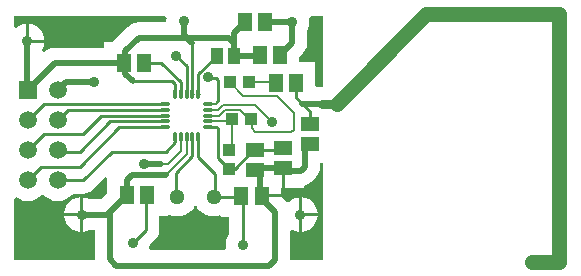
<source format=gtl>
%FSAX24Y24*%
%MOIN*%
G70*
G01*
G75*
G04 Layer_Physical_Order=1*
G04 Layer_Color=255*
%ADD10O,0.0114X0.0374*%
%ADD11O,0.0374X0.0114*%
%ADD12R,0.0394X0.0394*%
%ADD13R,0.0394X0.0394*%
%ADD14R,0.0512X0.0591*%
%ADD15R,0.0591X0.0512*%
%ADD16R,0.0433X0.0551*%
%ADD17C,0.0200*%
%ADD18C,0.0080*%
%ADD19C,0.0100*%
%ADD20C,0.0500*%
%ADD21C,0.0300*%
%ADD22R,0.0591X0.0591*%
%ADD23C,0.0591*%
%ADD24C,0.0512*%
%ADD25C,0.0350*%
G36*
X031250Y030944D02*
X030160D01*
X030154Y030950D01*
Y031899D01*
X030221Y031943D01*
X030346Y031891D01*
X030446Y031878D01*
Y032451D01*
Y033025D01*
X030346Y033012D01*
X030206Y032954D01*
X030100Y032873D01*
X030021Y032883D01*
X030007Y032902D01*
X029889Y033020D01*
X029200D01*
Y033120D01*
X029855D01*
Y033341D01*
X029879D01*
Y033997D01*
X029979D01*
Y033341D01*
X030624D01*
Y033412D01*
X030631Y033413D01*
X030752Y033463D01*
X030857Y033543D01*
X031007Y033693D01*
X031087Y033798D01*
X031137Y033919D01*
X031154Y034050D01*
Y034159D01*
X031250D01*
Y030944D01*
D02*
G37*
G36*
X024059Y033663D02*
Y033157D01*
X023856Y032954D01*
X023485D01*
X023350Y033010D01*
X023250Y033023D01*
Y032450D01*
Y031877D01*
X023350Y031890D01*
X023485Y031946D01*
X023642D01*
Y030970D01*
X023619Y030944D01*
X020944D01*
Y032978D01*
X021012Y033019D01*
X021133Y032955D01*
X021264Y032915D01*
X021400Y032901D01*
X021536Y032915D01*
X021667Y032955D01*
X021788Y033019D01*
X021894Y033106D01*
X021906D01*
X022012Y033019D01*
X022133Y032955D01*
X022264Y032915D01*
X022400Y032901D01*
X022536Y032915D01*
X022667Y032955D01*
X022788Y033019D01*
X022894Y033106D01*
X022927Y033146D01*
X023250D01*
X023367Y033162D01*
X023432Y033188D01*
X023477Y033207D01*
X023571Y033279D01*
X023986Y033694D01*
X024059Y033663D01*
D02*
G37*
G36*
X027062Y032684D02*
X027144Y032584D01*
X027244Y032502D01*
X027358Y032441D01*
X027482Y032404D01*
X027610Y032391D01*
X027739Y032404D01*
X027810Y032425D01*
X027874Y032378D01*
Y032375D01*
X028126D01*
Y031793D01*
X028078Y031730D01*
X028020Y031590D01*
X028000Y031440D01*
X028016Y031314D01*
X027964Y031254D01*
X025493D01*
X025448Y031321D01*
X025460Y031350D01*
X025471Y031429D01*
X025666Y031624D01*
X025666Y031624D01*
X025738Y031718D01*
X025784Y031828D01*
X025799Y031945D01*
Y032405D01*
X026041D01*
Y032415D01*
X026109Y032456D01*
X026138Y032441D01*
X026261Y032404D01*
X026390Y032391D01*
X026518Y032404D01*
X026642Y032441D01*
X026756Y032502D01*
X026856Y032584D01*
X026938Y032684D01*
X026960Y032725D01*
X027040D01*
X027062Y032684D01*
D02*
G37*
G36*
X026033Y038996D02*
X026020Y038900D01*
X025980Y038854D01*
X025100D01*
X024969Y038837D01*
X024848Y038787D01*
X024743Y038707D01*
X024298Y038261D01*
X024247Y038195D01*
X023959D01*
Y038004D01*
X022300D01*
X022169Y037987D01*
X022048Y037937D01*
X021966Y037874D01*
X021894Y037909D01*
Y037950D01*
X021950Y038084D01*
X021963Y038185D01*
X021390D01*
Y038235D01*
X021340D01*
Y038808D01*
X021240Y038795D01*
X021100Y038737D01*
X021016Y038672D01*
X020944Y038707D01*
Y039056D01*
X025980D01*
X026033Y038996D01*
D02*
G37*
G36*
X031250Y036705D02*
X031200D01*
X031056Y036686D01*
X030992Y036729D01*
Y037534D01*
X030459D01*
Y037707D01*
X030574Y037822D01*
X030654Y037927D01*
X030705Y038048D01*
X030722Y038179D01*
Y038581D01*
X030779Y038719D01*
X030799Y038869D01*
X030782Y038996D01*
X030835Y039056D01*
X031250D01*
Y036705D01*
D02*
G37*
%LPC*%
G36*
X031069Y032401D02*
X030546D01*
Y031878D01*
X030646Y031891D01*
X030786Y031949D01*
X030906Y032041D01*
X030998Y032161D01*
X031056Y032301D01*
X031069Y032401D01*
D02*
G37*
G36*
X023150Y032400D02*
X022627D01*
X022640Y032300D01*
X022698Y032160D01*
X022790Y032040D01*
X022910Y031948D01*
X023050Y031890D01*
X023150Y031877D01*
Y032400D01*
D02*
G37*
G36*
X021440Y038808D02*
Y038285D01*
X021963D01*
X021950Y038385D01*
X021892Y038525D01*
X021800Y038645D01*
X021680Y038737D01*
X021540Y038795D01*
X021440Y038808D01*
D02*
G37*
G36*
X030546Y033025D02*
Y032501D01*
X031069D01*
X031056Y032602D01*
X030998Y032741D01*
X030906Y032861D01*
X030786Y032954D01*
X030646Y033012D01*
X030546Y033025D01*
D02*
G37*
G36*
X023150Y033023D02*
X023050Y033010D01*
X022910Y032952D01*
X022790Y032860D01*
X022698Y032740D01*
X022640Y032600D01*
X022627Y032500D01*
X023150D01*
Y033023D01*
D02*
G37*
%LPD*%
D10*
X026306Y036469D02*
D03*
X026503D02*
D03*
X026700D02*
D03*
X026897D02*
D03*
X027094D02*
D03*
Y035031D02*
D03*
X026897D02*
D03*
X026700D02*
D03*
X026503D02*
D03*
X026306D02*
D03*
D11*
X027418Y036144D02*
D03*
Y035947D02*
D03*
Y035750D02*
D03*
Y035553D02*
D03*
Y035356D02*
D03*
X025982D02*
D03*
Y035553D02*
D03*
Y035750D02*
D03*
Y035947D02*
D03*
Y036144D02*
D03*
D12*
X028143Y036859D02*
D03*
X028773D02*
D03*
X028226Y035626D02*
D03*
X028856D02*
D03*
D13*
X028116Y033985D02*
D03*
Y034615D02*
D03*
D14*
X028656Y038870D02*
D03*
X029325D02*
D03*
X029134Y037765D02*
D03*
X029803D02*
D03*
X024615Y037500D02*
D03*
X025285D02*
D03*
X030336Y036839D02*
D03*
X029667D02*
D03*
X029200Y033070D02*
D03*
X028530D02*
D03*
X024715Y033100D02*
D03*
X025385D02*
D03*
D15*
X030806Y034815D02*
D03*
Y035484D02*
D03*
X029929Y033997D02*
D03*
Y034666D02*
D03*
X028996Y033924D02*
D03*
Y034594D02*
D03*
D16*
X027700Y037750D02*
D03*
X028291D02*
D03*
D17*
X030650Y034050D02*
Y034855D01*
X029145Y033050D02*
X029650Y032545D01*
X021390Y036610D02*
X021400Y036600D01*
X021390Y036610D02*
Y038235D01*
X024065Y032450D02*
X024146Y032531D01*
X023200Y032450D02*
X024065D01*
X024146Y032531D02*
X024715Y033100D01*
X024146Y030970D02*
X024366Y030750D01*
X024146Y030970D02*
Y032531D01*
X024366Y030750D02*
X029450D01*
X024880Y033759D02*
X026003D01*
X026700Y038350D02*
X026897Y038153D01*
X026600Y038450D02*
X026700Y038350D01*
X026600Y038450D02*
Y038900D01*
X025269Y034138D02*
X025850D01*
X024715Y033100D02*
Y033595D01*
X024880Y033759D01*
X030218Y038179D02*
Y038870D01*
X028291Y037750D02*
X029119D01*
X028291Y038159D02*
Y038505D01*
Y037750D02*
Y038159D01*
Y038505D02*
X028656Y038870D01*
X029803Y037765D02*
X030218Y038179D01*
X029325Y038870D02*
X030218D01*
X031200Y036150D02*
X031200Y036150D01*
X030550Y036150D02*
X031200D01*
X022300Y037500D02*
X024655D01*
X021400Y036600D02*
X022300Y037500D01*
X028100Y038350D02*
X028291Y038159D01*
X026700Y038350D02*
X028100D01*
X025100D02*
X026700D01*
X024655Y037145D02*
Y037500D01*
Y037145D02*
X024900Y036900D01*
X024655Y037905D02*
X025100Y038350D01*
X024655Y037500D02*
Y037905D01*
X029650Y030950D02*
Y032545D01*
X029450Y030750D02*
X029650Y030950D01*
X030005Y033900D02*
X030500D01*
X030650Y034050D01*
X029150Y034005D02*
X029900D01*
X029150Y033055D02*
Y034005D01*
X022675Y036875D02*
X023604D01*
X022400Y036600D02*
X022675Y036875D01*
D18*
X027421Y037021D02*
X027440Y037002D01*
X027669Y036144D02*
X027747Y036221D01*
X027418Y036144D02*
X027669D01*
X028976Y036105D02*
X029555Y035527D01*
X027912Y036105D02*
X028976D01*
X027753Y035947D02*
X027912Y036105D01*
X027418Y035947D02*
X027753D01*
X028805Y035626D02*
X028856D01*
X028790D02*
X028805D01*
X028473Y035944D02*
X028790Y035626D01*
X027979Y035944D02*
X028473D01*
X027784Y035750D02*
X027979Y035944D01*
X027418Y035750D02*
X027784D01*
X025850Y034138D02*
X025858Y034130D01*
X026079D01*
X026503Y034554D01*
Y035031D01*
X026003Y033759D02*
X026700Y034456D01*
Y035031D01*
X028143Y036859D02*
X028595Y036407D01*
X028116Y034615D02*
X028226Y034725D01*
Y035626D01*
X028152Y035553D02*
X028226Y035626D01*
X027418Y035553D02*
X028152D01*
X027402Y036161D02*
X027418Y036144D01*
X026700Y036469D02*
X026719Y036450D01*
X028595Y036407D02*
X029717D01*
X030276Y035848D01*
Y035281D02*
Y035848D01*
X030194Y035198D02*
X030276Y035281D01*
X028988Y035198D02*
X030194D01*
X028867Y035319D02*
X028988Y035198D01*
X028867Y035319D02*
Y035615D01*
X028856Y035626D02*
X028867Y035615D01*
X028773Y036859D02*
X029646D01*
X029667Y036839D01*
D19*
X027440Y037002D02*
X027668D01*
X027747Y036923D01*
Y036221D02*
Y036923D01*
X028805Y035626D02*
X028856D01*
X021944Y036144D02*
X025982D01*
X030806Y035484D02*
Y035894D01*
X030550Y036150D02*
X030806Y035894D01*
X030336Y036364D02*
X030550Y036150D01*
X030336Y036364D02*
Y036839D01*
X027764Y034338D02*
X028116Y033985D01*
X027764Y034338D02*
Y035305D01*
X027713Y035356D02*
X027764Y035305D01*
X027418Y035356D02*
X027713D01*
X028116Y033985D02*
X028321D01*
X028929Y034594D01*
X028996D01*
X029119Y037750D02*
X029134Y037765D01*
X030218Y038870D02*
X030219Y038869D01*
X027610Y033050D02*
X028555D01*
X028580Y031440D02*
Y033025D01*
X028555Y033050D02*
X028580Y033025D01*
X026350Y037750D02*
X026700Y037400D01*
Y036469D02*
Y037400D01*
X027094Y037144D02*
X027700Y037750D01*
X027094Y036469D02*
Y037144D01*
X026897Y036469D02*
Y038153D01*
X027094Y036469D02*
X027100Y036475D01*
X026503Y036469D02*
Y036853D01*
X025856Y037500D02*
X026503Y036853D01*
X025245Y037500D02*
X025856D01*
X024900Y036900D02*
X026200D01*
X026306Y036794D01*
Y036469D02*
Y036794D01*
X026700Y035031D02*
X026709Y035040D01*
X027410Y035956D02*
X027418Y035947D01*
X026897Y036469D02*
X026904Y036461D01*
X027085Y036477D02*
X027094Y036469D01*
X026494Y036477D02*
X026503Y036469D01*
X027418Y035750D02*
X027427Y035741D01*
X030650Y035445D02*
X030700Y035495D01*
X029900Y034005D02*
X030005Y033900D01*
X029900Y034595D02*
X029950Y034545D01*
X029150Y034595D02*
X029900D01*
X029145Y033050D02*
X029150Y033055D01*
X024900Y031500D02*
X025345Y031945D01*
Y033100D01*
X027610Y033050D02*
X027650Y033090D01*
Y033800D01*
X027094Y034356D02*
X027650Y033800D01*
X027094Y034356D02*
Y035031D01*
X026350Y033090D02*
Y033850D01*
X026897Y034397D01*
Y035031D01*
X026691Y035023D02*
X026700Y035031D01*
X026306Y034856D02*
Y035031D01*
X026000Y034550D02*
X026306Y034856D01*
X024200Y034550D02*
X026000D01*
X023250Y033600D02*
X024200Y034550D01*
X022400Y033600D02*
X023250D01*
X021400D02*
X021850Y034050D01*
X023150D01*
X024456Y035356D01*
X025982D01*
X022400Y034600D02*
X022450Y034550D01*
X023150D01*
X024153Y035553D01*
X025982D01*
X021400Y034600D02*
X021950Y035150D01*
X023250D01*
X023850Y035750D01*
X025982D01*
X022400Y035600D02*
X022747Y035947D01*
X025982D01*
X021400Y035600D02*
X021944Y036144D01*
X029624Y036648D02*
X029772Y036796D01*
D20*
X038200Y030871D02*
X039129D01*
Y039129D01*
X034679D02*
X039129D01*
X031700Y036150D02*
X034679Y039129D01*
D21*
X031200Y036150D02*
X031700D01*
D22*
X021400Y036600D02*
D03*
D23*
X022400D02*
D03*
X021400Y035600D02*
D03*
X022400D02*
D03*
X021400Y034600D02*
D03*
X022400D02*
D03*
X021400Y033600D02*
D03*
X022400D02*
D03*
D24*
X027610Y033050D02*
D03*
X026390D02*
D03*
D25*
X030496Y032451D02*
D03*
X027421Y037021D02*
D03*
X029555Y035527D02*
D03*
X025269Y034138D02*
D03*
X024900Y031500D02*
D03*
X030219Y038869D02*
D03*
X028580Y031440D02*
D03*
X026600Y038900D02*
D03*
X023200Y032450D02*
D03*
X026350Y037750D02*
D03*
X023604Y036875D02*
D03*
X021390Y038235D02*
D03*
M02*

</source>
